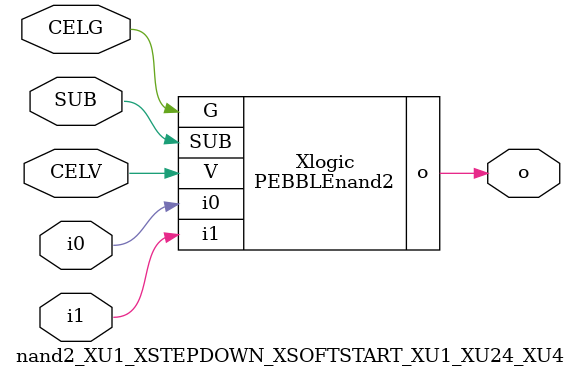
<source format=v>



module PEBBLEnand2 ( o, G, SUB, V, i0, i1 );

  input i0;
  input V;
  input i1;
  input G;
  output o;
  input SUB;
endmodule

//Celera Confidential Do Not Copy nand2_XU1_XSTEPDOWN_XSOFTSTART_XU1_XU24_XU4
//Celera Confidential Symbol Generator
//5V NAND2
module nand2_XU1_XSTEPDOWN_XSOFTSTART_XU1_XU24_XU4 (CELV,CELG,i0,i1,o,SUB);
input CELV;
input CELG;
input i0;
input i1;
input SUB;
output o;

//Celera Confidential Do Not Copy nand2
PEBBLEnand2 Xlogic(
.V (CELV),
.i0 (i0),
.i1 (i1),
.o (o),
.SUB (SUB),
.G (CELG)
);
//,diesize,PEBBLEnand2

//Celera Confidential Do Not Copy Module End
//Celera Schematic Generator
endmodule

</source>
